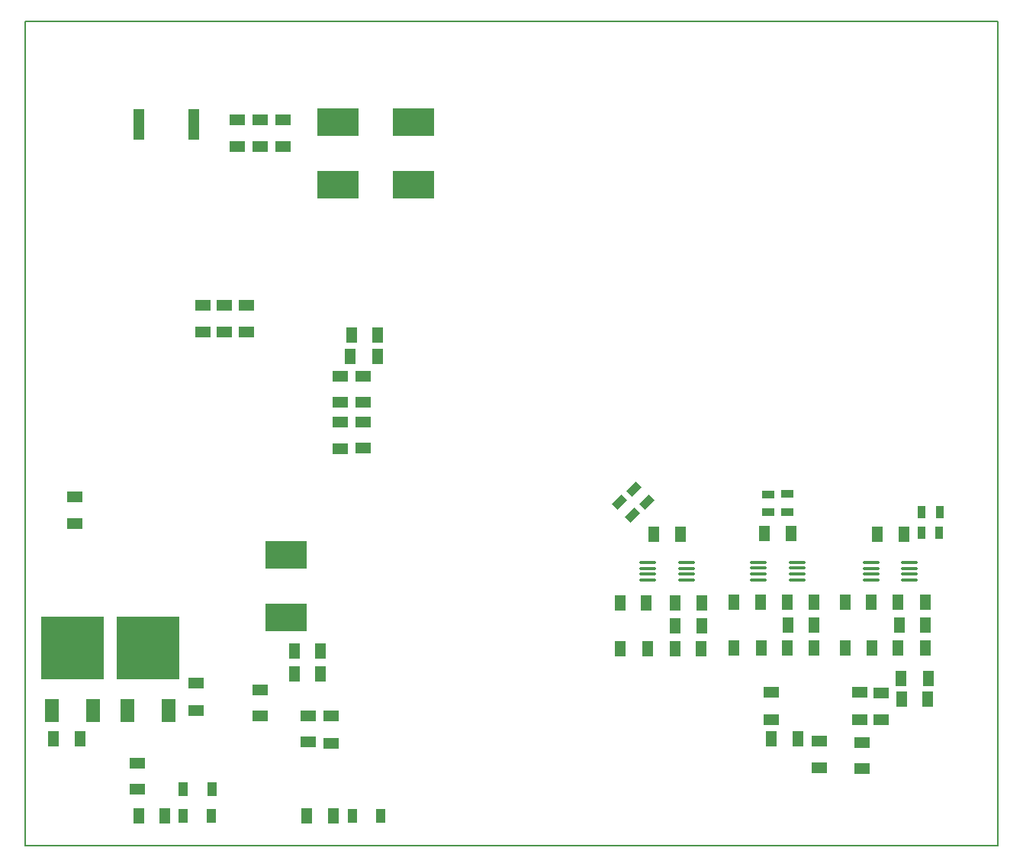
<source format=gbr>
G04 PROTEUS RS274X GERBER FILE*
%FSLAX45Y45*%
%MOMM*%
G01*
%ADD25R,1.143000X1.803400*%
%ADD27R,1.803400X1.143000*%
%ADD43R,6.985000X6.985000*%
%ADD44R,1.524000X2.540000*%
%AMPPAD039*
4,1,36,
0.901700,-0.025400,
0.901700,0.025400,
0.898160,0.061750,
0.887980,0.095370,
0.871810,0.125600,
0.850300,0.151800,
0.824110,0.173310,
0.793870,0.189480,
0.760250,0.199660,
0.723900,0.203200,
-0.723900,0.203200,
-0.760250,0.199660,
-0.793870,0.189480,
-0.824110,0.173310,
-0.850300,0.151800,
-0.871810,0.125600,
-0.887980,0.095370,
-0.898160,0.061750,
-0.901700,0.025400,
-0.901700,-0.025400,
-0.898160,-0.061750,
-0.887980,-0.095370,
-0.871810,-0.125600,
-0.850300,-0.151800,
-0.824110,-0.173310,
-0.793870,-0.189480,
-0.760250,-0.199660,
-0.723900,-0.203200,
0.723900,-0.203200,
0.760250,-0.199660,
0.793870,-0.189480,
0.824110,-0.173310,
0.850300,-0.151800,
0.871810,-0.125600,
0.887980,-0.095370,
0.898160,-0.061750,
0.901700,-0.025400,
0*%
%ADD45PPAD039*%
%ADD40R,1.016000X1.524000*%
%ADD46R,4.572000X3.048000*%
%AMPPAD041*
4,1,4,
-0.179610,-0.844140,
-0.844140,-0.179610,
0.179610,0.844140,
0.844140,0.179610,
-0.179610,-0.844140,
0*%
%ADD47PPAD041*%
%ADD35R,1.447800X0.939800*%
%ADD48R,0.939800X1.447800*%
%ADD49R,1.244600X3.403600*%
%ADD41C,0.203200*%
D25*
X+2827300Y-990600D03*
X+2527300Y-990600D03*
X+2542100Y-749300D03*
X+2832100Y-749300D03*
D27*
X+2667000Y-1206500D03*
X+2667000Y-1496500D03*
D43*
X-553200Y-4224020D03*
D44*
X-324600Y-4914900D03*
X-781800Y-4914900D03*
D43*
X+285000Y-4224020D03*
D44*
X+513600Y-4914900D03*
X+56400Y-4914900D03*
D27*
X+1275080Y+1337438D03*
X+1275080Y+1637438D03*
X+1783080Y+1337438D03*
X+1783080Y+1637438D03*
X+1529080Y+1337438D03*
X+1529080Y+1637438D03*
X+1371600Y-719100D03*
X+1371600Y-419100D03*
X+889000Y-719100D03*
X+889000Y-419100D03*
X+1130300Y-719100D03*
X+1130300Y-419100D03*
D25*
X-469100Y-5232400D03*
X-769100Y-5232400D03*
D27*
X+818400Y-4914900D03*
X+818400Y-4614900D03*
X+2413000Y-1714500D03*
X+2413000Y-2014500D03*
X+2667000Y-1714500D03*
X+2667000Y-2004500D03*
X+2413000Y-1206500D03*
X+2413000Y-1496500D03*
D45*
X+6259000Y-3273402D03*
X+6259000Y-3338402D03*
X+6259000Y-3403402D03*
X+6259000Y-3468402D03*
X+5829000Y-3468402D03*
X+5829000Y-3403402D03*
X+5829000Y-3338402D03*
X+5829000Y-3273402D03*
X+7486107Y-3273033D03*
X+7486107Y-3338033D03*
X+7486107Y-3403033D03*
X+7486107Y-3468033D03*
X+7056107Y-3468033D03*
X+7056107Y-3403033D03*
X+7056107Y-3338033D03*
X+7056107Y-3273033D03*
X+8735869Y-3274533D03*
X+8735869Y-3339533D03*
X+8735869Y-3404533D03*
X+8735869Y-3469533D03*
X+8305869Y-3469533D03*
X+8305869Y-3404533D03*
X+8305869Y-3339533D03*
X+8305869Y-3274533D03*
D25*
X+6195500Y-2957402D03*
X+5895500Y-2957402D03*
X+7422607Y-2957033D03*
X+7122607Y-2957033D03*
X+8672369Y-2958533D03*
X+8372369Y-2958533D03*
X+6432000Y-3719402D03*
X+6132000Y-3719402D03*
X+7676607Y-3719033D03*
X+7376607Y-3719033D03*
X+8908869Y-3719033D03*
X+8608869Y-3719033D03*
X+6432000Y-3973402D03*
X+6132000Y-3973402D03*
X+5824500Y-4227402D03*
X+5524500Y-4227402D03*
X+5524500Y-3719402D03*
X+5814500Y-3719402D03*
X+6422000Y-4227402D03*
X+6132000Y-4227402D03*
X+6787607Y-3719033D03*
X+7077607Y-3719033D03*
X+7676607Y-3973033D03*
X+7386607Y-3973033D03*
X+8019869Y-3719033D03*
X+8309869Y-3719033D03*
X+8908869Y-3973033D03*
X+8618869Y-3973033D03*
X+7087607Y-4227033D03*
X+6787607Y-4227033D03*
X+7676607Y-4227033D03*
X+7376607Y-4227033D03*
X+8319869Y-4227033D03*
X+8019869Y-4227033D03*
X+8908869Y-4227033D03*
X+8608869Y-4227033D03*
D27*
X+7200900Y-4716500D03*
X+7200900Y-5016500D03*
X+8178800Y-4715376D03*
X+8178800Y-5015376D03*
X+2311400Y-4978400D03*
X+2311400Y-5278400D03*
X-533400Y-2844800D03*
X-533400Y-2544800D03*
D40*
X+673100Y-6083300D03*
X+988060Y-6083300D03*
D27*
X+8204200Y-5272600D03*
X+8204200Y-5562600D03*
D25*
X+7203000Y-5232400D03*
X+7493000Y-5232400D03*
D27*
X+7731100Y-5259900D03*
X+7731100Y-5549900D03*
D25*
X+8643416Y-4793216D03*
X+8933416Y-4793216D03*
X+467800Y-6083300D03*
X+177800Y-6083300D03*
X+1905000Y-4508500D03*
X+2195000Y-4508500D03*
X+1905000Y-4254500D03*
X+2195000Y-4254500D03*
D27*
X+2057400Y-5268400D03*
X+2057400Y-4978400D03*
X+1524000Y-4686300D03*
X+1524000Y-4976300D03*
D46*
X+1816100Y-3187700D03*
X+1816100Y-3887700D03*
D47*
X+5660311Y-2750411D03*
X+5518890Y-2608990D03*
X+5816600Y-2603500D03*
X+5675178Y-2462078D03*
D35*
X+7162800Y-2717800D03*
X+7162800Y-2517800D03*
X+7378700Y-2714600D03*
X+7378700Y-2514600D03*
D48*
X+8867800Y-2717800D03*
X+9067800Y-2717800D03*
X+8864600Y-2946400D03*
X+9064600Y-2946400D03*
D40*
X+2552700Y-6083300D03*
X+2867660Y-6083300D03*
D25*
X+2336800Y-6083300D03*
X+2046800Y-6083300D03*
D40*
X+675640Y-5791200D03*
X+990600Y-5791200D03*
D27*
X+165100Y-5791200D03*
X+165100Y-5501200D03*
D49*
X+177800Y+1587500D03*
X+787800Y+1587500D03*
D25*
X+8940800Y-4559300D03*
X+8640800Y-4559300D03*
D27*
X+8420100Y-4726500D03*
X+8420100Y-5016500D03*
D46*
X+3225800Y+914400D03*
X+3225800Y+1614400D03*
X+2387600Y+912900D03*
X+2387600Y+1612900D03*
D41*
X-1079500Y-6413500D02*
X+9715500Y-6413500D01*
X+9715500Y+2730500D01*
X-1079500Y+2730500D01*
X-1079500Y-6413500D01*
M02*

</source>
